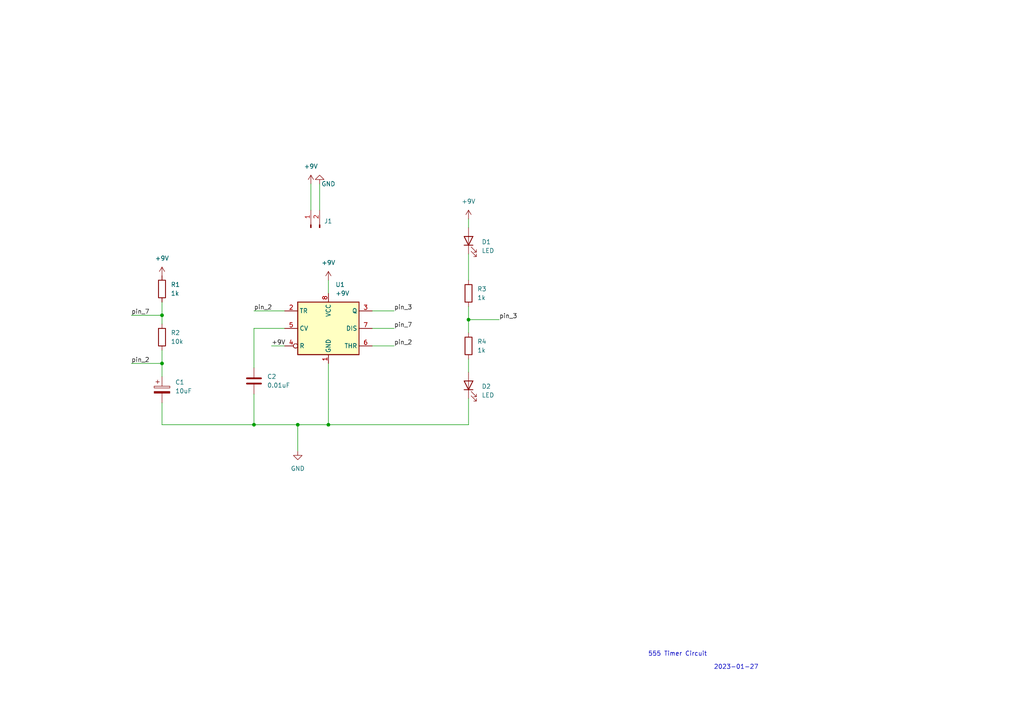
<source format=kicad_sch>
(kicad_sch (version 20211123) (generator eeschema)
  (paper "A4")
  (lib_symbols
    (symbol "Connector:Conn_01x02_Male" (pin_names (offset 1.016) hide)
      (property "Reference" "J" (at 0 2.54 0))
      (property "Value" "Conn_01x02_Male" (at 0 -5.08 0))
      (symbol "Conn_01x02_Male_1_1"
        (polyline (pts (xy 1.27 -2.54) (xy 0.8636 -2.54)) (stroke (width 0.1524)))
        (polyline (pts (xy 1.27 0) (xy 0.8636 0)) (stroke (width 0.1524)))
        (rectangle (start 0.8636 -2.413) (end 0 -2.667) (stroke (width 0.1524)) (fill (type outline)))
        (rectangle (start 0.8636 0.127) (end 0 -0.127) (stroke (width 0.1524)) (fill (type outline)))
        (pin passive line (at 5.08 0 180) (length 3.81) (name "Pin_1") (number "1"))
        (pin passive line (at 5.08 -2.54 180) (length 3.81) (name "Pin_2") (number "2"))
      )
    )
    (symbol "Device:C" (pin_numbers hide) (pin_names (offset 0.254))
      (property "Reference" "C" (at 0.635 2.54 0))
      (property "Value" "C" (at 0.635 -2.54 0))
      (symbol "C_0_1"
        (polyline (pts (xy -2.032 -0.762) (xy 2.032 -0.762)) (stroke (width 0.508)))
        (polyline (pts (xy -2.032 0.762) (xy 2.032 0.762)) (stroke (width 0.508)))
      )
      (symbol "C_1_1"
        (pin passive line (at 0 3.81 270) (length 2.794) (name "~") (number "1"))
        (pin passive line (at 0 -3.81 90) (length 2.794) (name "~") (number "2"))
      )
    )
    (symbol "Device:C_Polarized" (pin_numbers hide) (pin_names (offset 0.254))
      (property "Reference" "C" (at 0.635 2.54 0))
      (property "Value" "C_Polarized" (at 0.635 -2.54 0))
      (symbol "C_Polarized_0_1"
        (rectangle (start -2.286 0.508) (end 2.286 1.016))
        (polyline (pts (xy -1.778 2.286) (xy -0.762 2.286)))
        (polyline (pts (xy -1.27 2.794) (xy -1.27 1.778)))
        (rectangle (start 2.286 -0.508) (end -2.286 -1.016) (fill (type outline)))
      )
      (symbol "C_Polarized_1_1"
        (pin passive line (at 0 3.81 270) (length 2.794) (name "~") (number "1"))
        (pin passive line (at 0 -3.81 90) (length 2.794) (name "~") (number "2"))
      )
    )
    (symbol "Device:LED" (pin_numbers hide) (pin_names (offset 1.016) hide)
      (property "Reference" "D" (at 0 2.54 0))
      (property "Value" "LED" (at 0 -2.54 0))
      (symbol "LED_0_1"
        (polyline (pts (xy -1.27 -1.27) (xy -1.27 1.27)) (stroke (width 0.254)))
        (polyline (pts (xy -1.27 0) (xy 1.27 0)))
        (polyline (pts (xy 1.27 -1.27) (xy 1.27 1.27) (xy -1.27 0) (xy 1.27 -1.27)) (stroke (width 0.254)))
        (polyline (pts (xy -3.048 -0.762) (xy -4.572 -2.286) (xy -3.81 -2.286) (xy -4.572 -2.286) (xy -4.572 -1.524)))
        (polyline (pts (xy -1.778 -0.762) (xy -3.302 -2.286) (xy -2.54 -2.286) (xy -3.302 -2.286) (xy -3.302 -1.524)))
      )
      (symbol "LED_1_1"
        (pin passive line (at -3.81 0 0) (length 2.54) (name "K") (number "1"))
        (pin passive line (at 3.81 0 180) (length 2.54) (name "A") (number "2"))
      )
    )
    (symbol "Device:R" (pin_numbers hide) (pin_names (offset 0))
      (property "Reference" "R" (at 2.032 0 90))
      (property "Value" "R" (at 0 0 90))
      (symbol "R_0_1"
        (rectangle (start -1.016 -2.54) (end 1.016 2.54) (stroke (width 0.254)))
      )
      (symbol "R_1_1"
        (pin passive line (at 0 3.81 270) (length 1.27) (name "~") (number "1"))
        (pin passive line (at 0 -3.81 90) (length 1.27) (name "~") (number "2"))
      )
    )
    (symbol "Timer:NE555D"
      (property "Reference" "U" (at -10.16 8.89 0))
      (property "Value" "NE555D" (at 2.54 8.89 0))
      (symbol "NE555D_0_0"
        (pin power_in line (at 0 -10.16 90) (length 2.54) (name "GND") (number "1"))
        (pin power_in line (at 0 10.16 270) (length 2.54) (name "VCC") (number "8"))
      )
      (symbol "NE555D_0_1"
        (rectangle (start -8.89 -7.62) (end 8.89 7.62) (stroke (width 0.254)) (fill (type background)))
        (rectangle (start -8.89 -7.62) (end 8.89 7.62) (stroke (width 0.254)) (fill (type background)))
      )
      (symbol "NE555D_1_1"
        (pin input line (at -12.7 5.08 0) (length 3.81) (name "TR") (number "2"))
        (pin output line (at 12.7 5.08 180) (length 3.81) (name "Q") (number "3"))
        (pin input inverted (at -12.7 -5.08 0) (length 3.81) (name "R") (number "4"))
        (pin input line (at -12.7 0 0) (length 3.81) (name "CV") (number "5"))
        (pin input line (at 12.7 -5.08 180) (length 3.81) (name "THR") (number "6"))
        (pin input line (at 12.7 0 180) (length 3.81) (name "DIS") (number "7"))
      )
    )
    (symbol "power:+9V" (power) (pin_names (offset 0))
      (property "Value" "+9V" (at 0 3.556 0))
      (symbol "+9V_0_1"
        (polyline (pts (xy -0.762 1.27) (xy 0 2.54)))
        (polyline (pts (xy 0 0) (xy 0 2.54)))
        (polyline (pts (xy 0 2.54) (xy 0.762 1.27)))
      )
      (symbol "+9V_1_1"
        (pin power_in line (at 0 0 90) (length 0) hide (name "+9V") (number "1"))
      )
    )
    (symbol "power:GND" (power) (pin_names (offset 0))
      (property "Value" "GND" (at 0 -3.81 0))
      (symbol "GND_0_1"
        (polyline (pts (xy 0 0) (xy 0 -1.27) (xy 1.27 -1.27) (xy 0 -2.54) (xy -1.27 -1.27) (xy 0 -1.27)))
      )
      (symbol "GND_1_1"
        (pin power_in line (at 0 0 270) (length 0) hide (name "GND") (number "1"))
      )
    )
  )
  (junction (at 46.99 105.41))
  (junction (at 95.25 123.19))
  (junction (at 135.89 92.71))
  (junction (at 73.66 123.19))
  (junction (at 46.99 91.44))
  (junction (at 86.36 123.19))
  (wire (pts (xy 73.66 90.17) (xy 82.55 90.17)))
  (wire (pts (xy 135.89 115.57) (xy 135.89 123.19)))
  (wire (pts (xy 73.66 123.19) (xy 86.36 123.19)))
  (wire (pts (xy 135.89 73.66) (xy 135.89 81.28)))
  (wire (pts (xy 46.99 101.6) (xy 46.99 105.41)))
  (wire (pts (xy 135.89 88.9) (xy 135.89 92.71)))
  (wire (pts (xy 135.89 104.14) (xy 135.89 107.95)))
  (wire (pts (xy 78.74 100.33) (xy 82.55 100.33)))
  (wire (pts (xy 46.99 116.84) (xy 46.99 123.19)))
  (wire (pts (xy 73.66 95.25) (xy 73.66 106.68)))
  (wire (pts (xy 46.99 123.19) (xy 73.66 123.19)))
  (wire (pts (xy 95.25 105.41) (xy 95.25 123.19)))
  (wire (pts (xy 135.89 63.5) (xy 135.89 66.04)))
  (wire (pts (xy 95.25 123.19) (xy 135.89 123.19)))
  (wire (pts (xy 135.89 92.71) (xy 135.89 96.52)))
  (wire (pts (xy 107.95 90.17) (xy 114.3 90.17)))
  (wire (pts (xy 82.55 95.25) (xy 73.66 95.25)))
  (wire (pts (xy 86.36 123.19) (xy 86.36 130.81)))
  (wire (pts (xy 38.1 91.44) (xy 46.99 91.44)))
  (wire (pts (xy 46.99 91.44) (xy 46.99 93.98)))
  (wire (pts (xy 90.17 53.34) (xy 90.17 60.96)))
  (wire (pts (xy 92.71 53.34) (xy 92.71 60.96)))
  (wire (pts (xy 73.66 114.3) (xy 73.66 123.19)))
  (wire (pts (xy 46.99 105.41) (xy 46.99 109.22)))
  (wire (pts (xy 107.95 95.25) (xy 114.3 95.25)))
  (wire (pts (xy 107.95 100.33) (xy 114.3 100.33)))
  (wire (pts (xy 46.99 87.63) (xy 46.99 91.44)))
  (wire (pts (xy 86.36 123.19) (xy 95.25 123.19)))
  (wire (pts (xy 38.1 105.41) (xy 46.99 105.41)))
  (wire (pts (xy 95.25 81.28) (xy 95.25 85.09)))
  (wire (pts (xy 135.89 92.71) (xy 144.78 92.71)))
  (text "2023-01-27\n" (at 207.01 194.31 0) (effects (font (size 1.27 1.27)) (justify left bottom)))
  (text "555 Timer Circuit" (at 187.96 190.5 0) (effects (font (size 1.27 1.27)) (justify left bottom)))
  (label "pin_7" (at 114.3 95.25 0))
  (label "pin_2" (at 73.66 90.17 0))
  (label "pin_2" (at 38.1 105.41 0))
  (label "+9V" (at 78.74 100.33 0))
  (label "pin_3" (at 114.3 90.17 0))
  (label "pin_7" (at 38.1 91.44 0))
  (label "pin_3" (at 144.78 92.71 0))
  (label "pin_2" (at 114.3 100.33 0))
  (symbol (lib_id "Timer:NE555D") (at 95.25 95.25 0) (unit 1)
    (property "Reference" "U1" (at 97.2694 82.55 0) (effects (justify left)))
    (property "Value" "+9V" (at 97.2694 85.09 0) (effects (justify left)))
    (property "Footprint" "Package_SO:SOIC-8_3.9x4.9mm_P1.27mm" (effects hide))
    (property "Datasheet" "http://www.ti.com/lit/ds/symlink/ne555.pdf" (effects hide))
  )
  (symbol (lib_id "Device:R") (at 46.99 83.82 0) (unit 1)
    (property "Reference" "R1" (at 49.53 82.5499 0) (effects (justify left)))
    (property "Value" "1k" (at 49.53 85.0899 0) (effects (justify left)))
  )
  (symbol (lib_id "Device:R") (at 135.89 85.09 0) (unit 1)
    (property "Reference" "R3" (at 138.43 83.8199 0) (effects (justify left)))
    (property "Value" "1k" (at 138.43 86.3599 0) (effects (justify left)))
  )
  (symbol (lib_id "Device:LED") (at 135.89 111.76 90) (unit 1)
    (property "Reference" "D2" (at 139.7 112.0774 90) (effects (justify right)))
    (property "Value" "LED" (at 139.7 114.6174 90) (effects (justify right)))
  )
  (symbol (lib_id "power:+9V") (at 135.89 63.5 0) (unit 1)
    (property "Reference" "#PWR06" (effects hide))
    (property "Value" "+9V" (at 135.89 58.42 0))
  )
  (symbol (lib_id "power:+9V") (at 95.25 81.28 0) (unit 1)
    (property "Reference" "#PWR05" (effects hide))
    (property "Value" "+9V" (at 95.25 76.2 0))
  )
  (symbol (lib_id "power:+9V") (at 46.99 80.01 0) (unit 1)
    (property "Reference" "#PWR01" (effects hide))
    (property "Value" "+9V" (at 46.99 74.93 0))
  )
  (symbol (lib_id "Connector:Conn_01x02_Male") (at 90.17 66.04 90) (unit 1)
    (property "Reference" "J1" (at 93.98 64.1349 90) (effects (justify right)))
    (property "Value" " " (at 93.98 66.6749 90) (effects (justify right)))
  )
  (symbol (lib_id "Device:C_Polarized") (at 46.99 113.03 0) (unit 1)
    (property "Reference" "C1" (at 50.8 110.8709 0) (effects (justify left)))
    (property "Value" "10uF" (at 50.8 113.4109 0) (effects (justify left)))
  )
  (symbol (lib_id "Device:R") (at 135.89 100.33 0) (unit 1)
    (property "Reference" "R4" (at 138.43 99.0599 0) (effects (justify left)))
    (property "Value" "1k" (at 138.43 101.5999 0) (effects (justify left)))
  )
  (symbol (lib_id "Device:C") (at 73.66 110.49 0) (unit 1)
    (property "Reference" "C2" (at 77.47 109.2199 0) (effects (justify left)))
    (property "Value" "0.01uF" (at 77.47 111.7599 0) (effects (justify left)))
  )
  (symbol (lib_id "power:GND") (at 92.71 53.34 180) (unit 1)
    (property "Reference" "#PWR04" (effects hide))
    (property "Value" "GND" (at 95.25 53.34 0))
  )
  (symbol (lib_id "Device:R") (at 46.99 97.79 0) (unit 1)
    (property "Reference" "R2" (at 49.53 96.5199 0) (effects (justify left)))
    (property "Value" "10k" (at 49.53 99.0599 0) (effects (justify left)))
  )
  (symbol (lib_id "Device:LED") (at 135.89 69.85 90) (unit 1)
    (property "Reference" "D1" (at 139.7 70.1674 90) (effects (justify right)))
    (property "Value" "LED" (at 139.7 72.7074 90) (effects (justify right)))
  )
  (symbol (lib_id "power:+9V") (at 90.17 53.34 0) (unit 1)
    (property "Reference" "#PWR03" (effects hide))
    (property "Value" "+9V" (at 90.17 48.26 0))
  )
  (symbol (lib_id "power:GND") (at 86.36 130.81 0) (unit 1)
    (property "Reference" "#PWR02" (effects hide))
    (property "Value" "GND" (at 86.36 135.89 0))
  )
)
</source>
